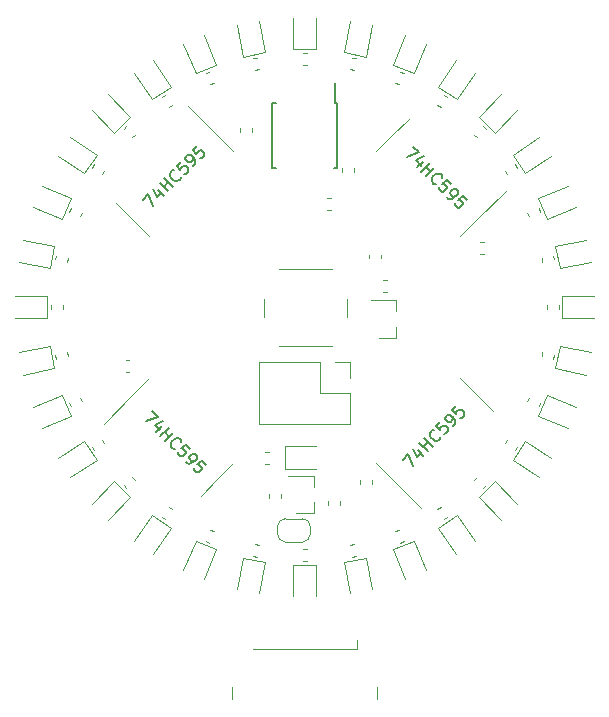
<source format=gbr>
G04 #@! TF.GenerationSoftware,KiCad,Pcbnew,(5.1.6)-1*
G04 #@! TF.CreationDate,2020-09-17T20:52:05+01:00*
G04 #@! TF.ProjectId,teatime,74656174-696d-4652-9e6b-696361645f70,rev?*
G04 #@! TF.SameCoordinates,Original*
G04 #@! TF.FileFunction,Legend,Top*
G04 #@! TF.FilePolarity,Positive*
%FSLAX46Y46*%
G04 Gerber Fmt 4.6, Leading zero omitted, Abs format (unit mm)*
G04 Created by KiCad (PCBNEW (5.1.6)-1) date 2020-09-17 20:52:05*
%MOMM*%
%LPD*%
G01*
G04 APERTURE LIST*
%ADD10C,0.120000*%
%ADD11C,0.150000*%
G04 APERTURE END LIST*
D10*
X106624721Y-98760000D02*
X106950279Y-98760000D01*
X106624721Y-97740000D02*
X106950279Y-97740000D01*
X105490000Y-95549721D02*
X105490000Y-95875279D01*
X106510000Y-95549721D02*
X106510000Y-95875279D01*
X107760000Y-102580000D02*
X106300000Y-102580000D01*
X107760000Y-99420000D02*
X105600000Y-99420000D01*
X107760000Y-99420000D02*
X107760000Y-100350000D01*
X107760000Y-102580000D02*
X107760000Y-101650000D01*
X103870000Y-104670000D02*
X103870000Y-106000000D01*
X102540000Y-104670000D02*
X103870000Y-104670000D01*
X103870000Y-107270000D02*
X103870000Y-109870000D01*
X101270000Y-107270000D02*
X103870000Y-107270000D01*
X101270000Y-104670000D02*
X101270000Y-107270000D01*
X103870000Y-109870000D02*
X96130000Y-109870000D01*
X101270000Y-104670000D02*
X96130000Y-104670000D01*
X96130000Y-104670000D02*
X96130000Y-109870000D01*
X101887221Y-90790000D02*
X102212779Y-90790000D01*
X101887221Y-91810000D02*
X102212779Y-91810000D01*
X99800000Y-119900000D02*
X98400000Y-119900000D01*
X97700000Y-119200000D02*
X97700000Y-118600000D01*
X98400000Y-117900000D02*
X99800000Y-117900000D01*
X100500000Y-118600000D02*
X100500000Y-119200000D01*
X100500000Y-119200000D02*
G75*
G02*
X99800000Y-119900000I-700000J0D01*
G01*
X99800000Y-117900000D02*
G75*
G02*
X100500000Y-118600000I0J-700000D01*
G01*
X97700000Y-118600000D02*
G75*
G02*
X98400000Y-117900000I700000J0D01*
G01*
X98400000Y-119900000D02*
G75*
G02*
X97700000Y-119200000I0J700000D01*
G01*
X104400000Y-128980000D02*
X95600000Y-128980000D01*
X106145000Y-132150000D02*
X106145000Y-133200000D01*
X93855000Y-132150000D02*
X93855000Y-133200000D01*
X104400000Y-128980000D02*
X104400000Y-128225000D01*
X107422040Y-85422040D02*
X106043181Y-86800898D01*
X107422040Y-85422040D02*
X108800898Y-84043181D01*
X114577960Y-92577960D02*
X113199102Y-93956819D01*
X114577960Y-92577960D02*
X117017479Y-90138442D01*
X96962779Y-112240000D02*
X96637221Y-112240000D01*
X96962779Y-113260000D02*
X96637221Y-113260000D01*
X98315000Y-113710000D02*
X101000000Y-113710000D01*
X98315000Y-111790000D02*
X98315000Y-113710000D01*
X101000000Y-111790000D02*
X98315000Y-111790000D01*
X105197449Y-78791455D02*
X105721266Y-76158046D01*
X103314341Y-78416881D02*
X105197449Y-78791455D01*
X103838158Y-75783473D02*
X103314341Y-78416881D01*
X109235163Y-80212943D02*
X110262668Y-77732327D01*
X107461314Y-79478191D02*
X109235163Y-80212943D01*
X108488819Y-76997574D02*
X107461314Y-79478191D01*
X112917975Y-82394838D02*
X114409681Y-80162342D01*
X111321553Y-81328143D02*
X112917975Y-82394838D01*
X112813259Y-79095647D02*
X111321553Y-81328143D01*
X116104357Y-85253287D02*
X118002938Y-83354706D01*
X114746712Y-83895642D02*
X116104357Y-85253287D01*
X116645293Y-81997061D02*
X114746712Y-83895642D01*
X118671856Y-88678446D02*
X120904352Y-87186740D01*
X117605161Y-87082024D02*
X118671856Y-88678446D01*
X119837657Y-85590318D02*
X117605161Y-87082024D01*
X120521808Y-92538685D02*
X123002425Y-91511180D01*
X119787056Y-90764836D02*
X120521808Y-92538685D01*
X122267672Y-89737331D02*
X119787056Y-90764836D01*
X121583118Y-96685658D02*
X124216526Y-96161841D01*
X121208544Y-94802550D02*
X121583118Y-96685658D01*
X123841953Y-94278733D02*
X121208544Y-94802550D01*
X121815000Y-100960000D02*
X124500000Y-100960000D01*
X121815000Y-99040000D02*
X121815000Y-100960000D01*
X124500000Y-99040000D02*
X121815000Y-99040000D01*
X121208544Y-105197449D02*
X123841953Y-105721266D01*
X121583118Y-103314341D02*
X121208544Y-105197449D01*
X124216526Y-103838158D02*
X121583118Y-103314341D01*
X119787056Y-109235163D02*
X122267672Y-110262668D01*
X120521808Y-107461314D02*
X119787056Y-109235163D01*
X123002425Y-108488819D02*
X120521808Y-107461314D01*
X117605161Y-112917975D02*
X119837657Y-114409681D01*
X118671856Y-111321553D02*
X117605161Y-112917975D01*
X120904352Y-112813259D02*
X118671856Y-111321553D01*
X114746712Y-116104357D02*
X116645293Y-118002938D01*
X116104357Y-114746712D02*
X114746712Y-116104357D01*
X118002938Y-116645293D02*
X116104357Y-114746712D01*
X111321553Y-118671856D02*
X112813259Y-120904352D01*
X112917975Y-117605161D02*
X111321553Y-118671856D01*
X114409681Y-119837657D02*
X112917975Y-117605161D01*
X107461314Y-120521808D02*
X108488819Y-123002425D01*
X109235163Y-119787056D02*
X107461314Y-120521808D01*
X110262668Y-122267672D02*
X109235163Y-119787056D01*
X103314341Y-121583118D02*
X103838158Y-124216526D01*
X105197449Y-121208544D02*
X103314341Y-121583118D01*
X105721266Y-123841953D02*
X105197449Y-121208544D01*
X99040000Y-121815000D02*
X99040000Y-124500000D01*
X100960000Y-121815000D02*
X99040000Y-121815000D01*
X100960000Y-124500000D02*
X100960000Y-121815000D01*
X94802550Y-121208544D02*
X94278733Y-123841953D01*
X96685658Y-121583118D02*
X94802550Y-121208544D01*
X96161841Y-124216526D02*
X96685658Y-121583118D01*
X90764836Y-119787056D02*
X89737331Y-122267672D01*
X92538685Y-120521808D02*
X90764836Y-119787056D01*
X91511180Y-123002425D02*
X92538685Y-120521808D01*
X87082024Y-117605161D02*
X85590318Y-119837657D01*
X88678446Y-118671856D02*
X87082024Y-117605161D01*
X87186740Y-120904352D02*
X88678446Y-118671856D01*
X83895642Y-114746712D02*
X81997061Y-116645293D01*
X85253287Y-116104357D02*
X83895642Y-114746712D01*
X83354706Y-118002938D02*
X85253287Y-116104357D01*
X81328143Y-111321553D02*
X79095647Y-112813259D01*
X82394838Y-112917975D02*
X81328143Y-111321553D01*
X80162342Y-114409681D02*
X82394838Y-112917975D01*
X79478191Y-107461314D02*
X76997574Y-108488819D01*
X80212943Y-109235163D02*
X79478191Y-107461314D01*
X77732327Y-110262668D02*
X80212943Y-109235163D01*
X78416881Y-103314341D02*
X75783473Y-103838158D01*
X78791455Y-105197449D02*
X78416881Y-103314341D01*
X76158046Y-105721266D02*
X78791455Y-105197449D01*
X78185000Y-99040000D02*
X75500000Y-99040000D01*
X78185000Y-100960000D02*
X78185000Y-99040000D01*
X75500000Y-100960000D02*
X78185000Y-100960000D01*
X78791455Y-94802550D02*
X76158046Y-94278733D01*
X78416881Y-96685658D02*
X78791455Y-94802550D01*
X75783473Y-96161841D02*
X78416881Y-96685658D01*
X80212943Y-90764836D02*
X77732327Y-89737331D01*
X79478191Y-92538685D02*
X80212943Y-90764836D01*
X76997574Y-91511180D02*
X79478191Y-92538685D01*
X82394838Y-87082024D02*
X80162342Y-85590318D01*
X81328143Y-88678446D02*
X82394838Y-87082024D01*
X79095647Y-87186740D02*
X81328143Y-88678446D01*
X85253287Y-83895642D02*
X83354706Y-81997061D01*
X83895642Y-85253287D02*
X85253287Y-83895642D01*
X81997061Y-83354706D02*
X83895642Y-85253287D01*
X88678446Y-81328143D02*
X87186740Y-79095647D01*
X87082024Y-82394838D02*
X88678446Y-81328143D01*
X85590318Y-80162342D02*
X87082024Y-82394838D01*
X92538685Y-79478191D02*
X91511180Y-76997574D01*
X90764836Y-80212943D02*
X92538685Y-79478191D01*
X89737331Y-77732327D02*
X90764836Y-80212943D01*
X96685658Y-78416881D02*
X96161841Y-75783473D01*
X94802550Y-78791455D02*
X96685658Y-78416881D01*
X94278733Y-76158046D02*
X94802550Y-78791455D01*
X100960000Y-78185000D02*
X100960000Y-75500000D01*
X99040000Y-78185000D02*
X100960000Y-78185000D01*
X99040000Y-75500000D02*
X99040000Y-78185000D01*
X97800000Y-103300000D02*
X102300000Y-103300000D01*
X96550000Y-99300000D02*
X96550000Y-100800000D01*
X102300000Y-96800000D02*
X97800000Y-96800000D01*
X103550000Y-100800000D02*
X103550000Y-99300000D01*
D11*
X102755000Y-82750000D02*
X102550000Y-82750000D01*
X102755000Y-88250000D02*
X102455000Y-88250000D01*
X97245000Y-88250000D02*
X97545000Y-88250000D01*
X97245000Y-82750000D02*
X97545000Y-82750000D01*
X102755000Y-82750000D02*
X102755000Y-88250000D01*
X97245000Y-82750000D02*
X97245000Y-88250000D01*
X102550000Y-82750000D02*
X102550000Y-81000000D01*
D10*
X85422040Y-92577960D02*
X86800898Y-93956819D01*
X85422040Y-92577960D02*
X84043181Y-91199102D01*
X92577960Y-85422040D02*
X93956819Y-86800898D01*
X92577960Y-85422040D02*
X90138442Y-82982521D01*
X104157051Y-79935466D02*
X103837749Y-79871953D01*
X104356043Y-78935065D02*
X104036741Y-78871552D01*
X107991572Y-81132000D02*
X107690795Y-81007415D01*
X108381909Y-80189643D02*
X108081132Y-80065058D01*
X111518979Y-83053623D02*
X111248287Y-82872752D01*
X112085661Y-82205524D02*
X111814969Y-82024653D01*
X114603720Y-85626484D02*
X114373515Y-85396279D01*
X115324969Y-84905235D02*
X115094764Y-84675030D01*
X117127247Y-88751712D02*
X116946376Y-88481020D01*
X117975346Y-88185030D02*
X117794475Y-87914338D01*
X118992584Y-92309204D02*
X118867999Y-92008427D01*
X119934941Y-91918867D02*
X119810356Y-91618090D01*
X120128046Y-96162250D02*
X120064533Y-95842948D01*
X121128447Y-95963258D02*
X121064934Y-95643956D01*
X120490000Y-100162779D02*
X120490000Y-99837221D01*
X121510000Y-100162779D02*
X121510000Y-99837221D01*
X120064533Y-104157051D02*
X120128046Y-103837749D01*
X121064934Y-104356043D02*
X121128447Y-104036741D01*
X118867999Y-107991572D02*
X118992584Y-107690795D01*
X119810356Y-108381909D02*
X119934941Y-108081132D01*
X116946376Y-111518979D02*
X117127247Y-111248287D01*
X117794475Y-112085661D02*
X117975346Y-111814969D01*
X114373515Y-114603720D02*
X114603720Y-114373515D01*
X115094764Y-115324969D02*
X115324969Y-115094764D01*
X111248287Y-117127247D02*
X111518979Y-116946376D01*
X111814969Y-117975346D02*
X112085661Y-117794475D01*
X107690795Y-118992584D02*
X107991572Y-118867999D01*
X108081132Y-119934941D02*
X108381909Y-119810356D01*
X103837749Y-120128046D02*
X104157051Y-120064533D01*
X104036741Y-121128447D02*
X104356043Y-121064934D01*
X99837221Y-120490000D02*
X100162779Y-120490000D01*
X99837221Y-121510000D02*
X100162779Y-121510000D01*
X95842948Y-120064533D02*
X96162250Y-120128046D01*
X95643956Y-121064934D02*
X95963258Y-121128447D01*
X92008427Y-118867999D02*
X92309204Y-118992584D01*
X91618090Y-119810356D02*
X91918867Y-119934941D01*
X88481020Y-116946376D02*
X88751712Y-117127247D01*
X87914338Y-117794475D02*
X88185030Y-117975346D01*
X85396279Y-114373515D02*
X85626484Y-114603720D01*
X84675030Y-115094764D02*
X84905235Y-115324969D01*
X82872752Y-111248287D02*
X83053623Y-111518979D01*
X82024653Y-111814969D02*
X82205524Y-112085661D01*
X81007415Y-107690795D02*
X81132000Y-107991572D01*
X80065058Y-108081132D02*
X80189643Y-108381909D01*
X79871953Y-103837749D02*
X79935466Y-104157051D01*
X78871552Y-104036741D02*
X78935065Y-104356043D01*
X79510000Y-99837221D02*
X79510000Y-100162779D01*
X78490000Y-99837221D02*
X78490000Y-100162779D01*
X79935466Y-95842948D02*
X79871953Y-96162250D01*
X78935065Y-95643956D02*
X78871552Y-95963258D01*
X81132000Y-92008427D02*
X81007415Y-92309204D01*
X80189643Y-91618090D02*
X80065058Y-91918867D01*
X83053623Y-88481020D02*
X82872752Y-88751712D01*
X82205524Y-87914338D02*
X82024653Y-88185030D01*
X85626484Y-85396279D02*
X85396279Y-85626484D01*
X84905235Y-84675030D02*
X84675030Y-84905235D01*
X88751712Y-82872752D02*
X88481020Y-83053623D01*
X88185030Y-82024653D02*
X87914338Y-82205524D01*
X92309204Y-81007415D02*
X92008427Y-81132000D01*
X91918867Y-80065058D02*
X91618090Y-80189643D01*
X96162250Y-79871953D02*
X95842948Y-79935466D01*
X95963258Y-78871552D02*
X95643956Y-78935065D01*
X100162779Y-79510000D02*
X99837221Y-79510000D01*
X100162779Y-78490000D02*
X99837221Y-78490000D01*
X114577960Y-107422040D02*
X113199102Y-106043181D01*
X114577960Y-107422040D02*
X115956819Y-108800898D01*
X107422040Y-114577960D02*
X106043181Y-113199102D01*
X107422040Y-114577960D02*
X109861558Y-117017479D01*
X92577960Y-114577960D02*
X93956819Y-113199102D01*
X92577960Y-114577960D02*
X91199102Y-115956819D01*
X85422040Y-107422040D02*
X86800898Y-106043181D01*
X85422040Y-107422040D02*
X82982521Y-109861558D01*
X100760000Y-117430000D02*
X100760000Y-116500000D01*
X100760000Y-114270000D02*
X100760000Y-115200000D01*
X100760000Y-114270000D02*
X98600000Y-114270000D01*
X100760000Y-117430000D02*
X99300000Y-117430000D01*
X103190000Y-88562779D02*
X103190000Y-88237221D01*
X104210000Y-88562779D02*
X104210000Y-88237221D01*
X105710000Y-114637221D02*
X105710000Y-114962779D01*
X104690000Y-114637221D02*
X104690000Y-114962779D01*
X114837221Y-94490000D02*
X115162779Y-94490000D01*
X114837221Y-95510000D02*
X115162779Y-95510000D01*
X85162779Y-105510000D02*
X84837221Y-105510000D01*
X85162779Y-104490000D02*
X84837221Y-104490000D01*
X94490000Y-85162779D02*
X94490000Y-84837221D01*
X95510000Y-85162779D02*
X95510000Y-84837221D01*
X96990000Y-116175279D02*
X96990000Y-115849721D01*
X98010000Y-116175279D02*
X98010000Y-115849721D01*
X103010000Y-116437221D02*
X103010000Y-116762779D01*
X101990000Y-116437221D02*
X101990000Y-116762779D01*
D11*
X109180710Y-86406259D02*
X109652114Y-86877664D01*
X108641962Y-87281725D01*
X109988832Y-87685786D02*
X109517427Y-88157190D01*
X110089847Y-87248053D02*
X109416412Y-87584771D01*
X109854145Y-88022503D01*
X109887816Y-88527580D02*
X110594923Y-87820473D01*
X110258206Y-88157190D02*
X110662267Y-88561251D01*
X110291877Y-88931641D02*
X110998984Y-88224534D01*
X111100000Y-89605076D02*
X111032656Y-89605076D01*
X110897969Y-89537732D01*
X110830625Y-89470389D01*
X110763282Y-89335702D01*
X110763282Y-89201015D01*
X110796954Y-89100000D01*
X110897969Y-88931641D01*
X110998984Y-88830625D01*
X111167343Y-88729610D01*
X111268358Y-88695938D01*
X111403045Y-88695938D01*
X111537732Y-88763282D01*
X111605076Y-88830625D01*
X111672419Y-88965312D01*
X111672419Y-89032656D01*
X112379526Y-89605076D02*
X112042809Y-89268358D01*
X111672419Y-89571404D01*
X111739763Y-89571404D01*
X111840778Y-89605076D01*
X112009137Y-89773435D01*
X112042809Y-89874450D01*
X112042809Y-89941793D01*
X112009137Y-90042809D01*
X111840778Y-90211167D01*
X111739763Y-90244839D01*
X111672419Y-90244839D01*
X111571404Y-90211167D01*
X111403045Y-90042809D01*
X111369374Y-89941793D01*
X111369374Y-89874450D01*
X112042809Y-90682572D02*
X112177496Y-90817259D01*
X112278511Y-90850931D01*
X112345854Y-90850931D01*
X112514213Y-90817259D01*
X112682572Y-90716244D01*
X112951946Y-90446870D01*
X112985618Y-90345854D01*
X112985618Y-90278511D01*
X112951946Y-90177496D01*
X112817259Y-90042809D01*
X112716244Y-90009137D01*
X112648900Y-90009137D01*
X112547885Y-90042809D01*
X112379526Y-90211167D01*
X112345854Y-90312183D01*
X112345854Y-90379526D01*
X112379526Y-90480541D01*
X112514213Y-90615228D01*
X112615228Y-90648900D01*
X112682572Y-90648900D01*
X112783587Y-90615228D01*
X113726396Y-90951946D02*
X113389679Y-90615228D01*
X113019289Y-90918274D01*
X113086633Y-90918274D01*
X113187648Y-90951946D01*
X113356007Y-91120305D01*
X113389679Y-91221320D01*
X113389679Y-91288663D01*
X113356007Y-91389679D01*
X113187648Y-91558037D01*
X113086633Y-91591709D01*
X113019289Y-91591709D01*
X112918274Y-91558037D01*
X112749915Y-91389679D01*
X112716244Y-91288663D01*
X112716244Y-91221320D01*
X86306259Y-90919289D02*
X86777664Y-90447885D01*
X87181725Y-91458037D01*
X87585786Y-90111167D02*
X88057190Y-90582572D01*
X87148053Y-90010152D02*
X87484771Y-90683587D01*
X87922503Y-90245854D01*
X88427580Y-90212183D02*
X87720473Y-89505076D01*
X88057190Y-89841793D02*
X88461251Y-89437732D01*
X88831641Y-89808122D02*
X88124534Y-89101015D01*
X89505076Y-89000000D02*
X89505076Y-89067343D01*
X89437732Y-89202030D01*
X89370389Y-89269374D01*
X89235702Y-89336717D01*
X89101015Y-89336717D01*
X89000000Y-89303045D01*
X88831641Y-89202030D01*
X88730625Y-89101015D01*
X88629610Y-88932656D01*
X88595938Y-88831641D01*
X88595938Y-88696954D01*
X88663282Y-88562267D01*
X88730625Y-88494923D01*
X88865312Y-88427580D01*
X88932656Y-88427580D01*
X89505076Y-87720473D02*
X89168358Y-88057190D01*
X89471404Y-88427580D01*
X89471404Y-88360236D01*
X89505076Y-88259221D01*
X89673435Y-88090862D01*
X89774450Y-88057190D01*
X89841793Y-88057190D01*
X89942809Y-88090862D01*
X90111167Y-88259221D01*
X90144839Y-88360236D01*
X90144839Y-88427580D01*
X90111167Y-88528595D01*
X89942809Y-88696954D01*
X89841793Y-88730625D01*
X89774450Y-88730625D01*
X90582572Y-88057190D02*
X90717259Y-87922503D01*
X90750931Y-87821488D01*
X90750931Y-87754145D01*
X90717259Y-87585786D01*
X90616244Y-87417427D01*
X90346870Y-87148053D01*
X90245854Y-87114381D01*
X90178511Y-87114381D01*
X90077496Y-87148053D01*
X89942809Y-87282740D01*
X89909137Y-87383755D01*
X89909137Y-87451099D01*
X89942809Y-87552114D01*
X90111167Y-87720473D01*
X90212183Y-87754145D01*
X90279526Y-87754145D01*
X90380541Y-87720473D01*
X90515228Y-87585786D01*
X90548900Y-87484771D01*
X90548900Y-87417427D01*
X90515228Y-87316412D01*
X90851946Y-86373603D02*
X90515228Y-86710320D01*
X90818274Y-87080710D01*
X90818274Y-87013366D01*
X90851946Y-86912351D01*
X91020305Y-86743992D01*
X91121320Y-86710320D01*
X91188663Y-86710320D01*
X91289679Y-86743992D01*
X91458037Y-86912351D01*
X91491709Y-87013366D01*
X91491709Y-87080710D01*
X91458037Y-87181725D01*
X91289679Y-87350084D01*
X91188663Y-87383755D01*
X91121320Y-87383755D01*
X108306259Y-112919289D02*
X108777664Y-112447885D01*
X109181725Y-113458037D01*
X109585786Y-112111167D02*
X110057190Y-112582572D01*
X109148053Y-112010152D02*
X109484771Y-112683587D01*
X109922503Y-112245854D01*
X110427580Y-112212183D02*
X109720473Y-111505076D01*
X110057190Y-111841793D02*
X110461251Y-111437732D01*
X110831641Y-111808122D02*
X110124534Y-111101015D01*
X111505076Y-111000000D02*
X111505076Y-111067343D01*
X111437732Y-111202030D01*
X111370389Y-111269374D01*
X111235702Y-111336717D01*
X111101015Y-111336717D01*
X111000000Y-111303045D01*
X110831641Y-111202030D01*
X110730625Y-111101015D01*
X110629610Y-110932656D01*
X110595938Y-110831641D01*
X110595938Y-110696954D01*
X110663282Y-110562267D01*
X110730625Y-110494923D01*
X110865312Y-110427580D01*
X110932656Y-110427580D01*
X111505076Y-109720473D02*
X111168358Y-110057190D01*
X111471404Y-110427580D01*
X111471404Y-110360236D01*
X111505076Y-110259221D01*
X111673435Y-110090862D01*
X111774450Y-110057190D01*
X111841793Y-110057190D01*
X111942809Y-110090862D01*
X112111167Y-110259221D01*
X112144839Y-110360236D01*
X112144839Y-110427580D01*
X112111167Y-110528595D01*
X111942809Y-110696954D01*
X111841793Y-110730625D01*
X111774450Y-110730625D01*
X112582572Y-110057190D02*
X112717259Y-109922503D01*
X112750931Y-109821488D01*
X112750931Y-109754145D01*
X112717259Y-109585786D01*
X112616244Y-109417427D01*
X112346870Y-109148053D01*
X112245854Y-109114381D01*
X112178511Y-109114381D01*
X112077496Y-109148053D01*
X111942809Y-109282740D01*
X111909137Y-109383755D01*
X111909137Y-109451099D01*
X111942809Y-109552114D01*
X112111167Y-109720473D01*
X112212183Y-109754145D01*
X112279526Y-109754145D01*
X112380541Y-109720473D01*
X112515228Y-109585786D01*
X112548900Y-109484771D01*
X112548900Y-109417427D01*
X112515228Y-109316412D01*
X112851946Y-108373603D02*
X112515228Y-108710320D01*
X112818274Y-109080710D01*
X112818274Y-109013366D01*
X112851946Y-108912351D01*
X113020305Y-108743992D01*
X113121320Y-108710320D01*
X113188663Y-108710320D01*
X113289679Y-108743992D01*
X113458037Y-108912351D01*
X113491709Y-109013366D01*
X113491709Y-109080710D01*
X113458037Y-109181725D01*
X113289679Y-109350084D01*
X113188663Y-109383755D01*
X113121320Y-109383755D01*
X87080710Y-108806258D02*
X87552114Y-109277663D01*
X86541962Y-109681724D01*
X87888832Y-110085785D02*
X87417427Y-110557189D01*
X87989847Y-109648052D02*
X87316412Y-109984770D01*
X87754145Y-110422502D01*
X87787816Y-110927579D02*
X88494923Y-110220472D01*
X88158206Y-110557189D02*
X88562267Y-110961250D01*
X88191877Y-111331640D02*
X88898984Y-110624533D01*
X89000000Y-112005075D02*
X88932656Y-112005075D01*
X88797969Y-111937731D01*
X88730625Y-111870388D01*
X88663282Y-111735701D01*
X88663282Y-111601014D01*
X88696954Y-111499999D01*
X88797969Y-111331640D01*
X88898984Y-111230624D01*
X89067343Y-111129609D01*
X89168358Y-111095937D01*
X89303045Y-111095937D01*
X89437732Y-111163281D01*
X89505076Y-111230624D01*
X89572419Y-111365311D01*
X89572419Y-111432655D01*
X90279526Y-112005075D02*
X89942809Y-111668357D01*
X89572419Y-111971403D01*
X89639763Y-111971403D01*
X89740778Y-112005075D01*
X89909137Y-112173434D01*
X89942809Y-112274449D01*
X89942809Y-112341792D01*
X89909137Y-112442808D01*
X89740778Y-112611166D01*
X89639763Y-112644838D01*
X89572419Y-112644838D01*
X89471404Y-112611166D01*
X89303045Y-112442808D01*
X89269374Y-112341792D01*
X89269374Y-112274449D01*
X89942809Y-113082571D02*
X90077496Y-113217258D01*
X90178511Y-113250930D01*
X90245854Y-113250930D01*
X90414213Y-113217258D01*
X90582572Y-113116243D01*
X90851946Y-112846869D01*
X90885618Y-112745853D01*
X90885618Y-112678510D01*
X90851946Y-112577495D01*
X90717259Y-112442808D01*
X90616244Y-112409136D01*
X90548900Y-112409136D01*
X90447885Y-112442808D01*
X90279526Y-112611166D01*
X90245854Y-112712182D01*
X90245854Y-112779525D01*
X90279526Y-112880540D01*
X90414213Y-113015227D01*
X90515228Y-113048899D01*
X90582572Y-113048899D01*
X90683587Y-113015227D01*
X91626396Y-113351945D02*
X91289679Y-113015227D01*
X90919289Y-113318273D01*
X90986633Y-113318273D01*
X91087648Y-113351945D01*
X91256007Y-113520304D01*
X91289679Y-113621319D01*
X91289679Y-113688662D01*
X91256007Y-113789678D01*
X91087648Y-113958036D01*
X90986633Y-113991708D01*
X90919289Y-113991708D01*
X90818274Y-113958036D01*
X90649915Y-113789678D01*
X90616244Y-113688662D01*
X90616244Y-113621319D01*
M02*

</source>
